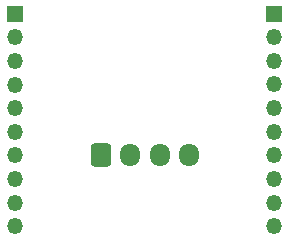
<source format=gbr>
%TF.GenerationSoftware,KiCad,Pcbnew,7.0.7*%
%TF.CreationDate,2023-10-05T20:56:12-06:00*%
%TF.ProjectId,FPV_4-Pin_Module,4650565f-342d-4506-996e-5f4d6f64756c,rev?*%
%TF.SameCoordinates,Original*%
%TF.FileFunction,Copper,L2,Bot*%
%TF.FilePolarity,Positive*%
%FSLAX46Y46*%
G04 Gerber Fmt 4.6, Leading zero omitted, Abs format (unit mm)*
G04 Created by KiCad (PCBNEW 7.0.7) date 2023-10-05 20:56:12*
%MOMM*%
%LPD*%
G01*
G04 APERTURE LIST*
G04 Aperture macros list*
%AMRoundRect*
0 Rectangle with rounded corners*
0 $1 Rounding radius*
0 $2 $3 $4 $5 $6 $7 $8 $9 X,Y pos of 4 corners*
0 Add a 4 corners polygon primitive as box body*
4,1,4,$2,$3,$4,$5,$6,$7,$8,$9,$2,$3,0*
0 Add four circle primitives for the rounded corners*
1,1,$1+$1,$2,$3*
1,1,$1+$1,$4,$5*
1,1,$1+$1,$6,$7*
1,1,$1+$1,$8,$9*
0 Add four rect primitives between the rounded corners*
20,1,$1+$1,$2,$3,$4,$5,0*
20,1,$1+$1,$4,$5,$6,$7,0*
20,1,$1+$1,$6,$7,$8,$9,0*
20,1,$1+$1,$8,$9,$2,$3,0*%
G04 Aperture macros list end*
%TA.AperFunction,ComponentPad*%
%ADD10O,1.700000X1.950000*%
%TD*%
%TA.AperFunction,ComponentPad*%
%ADD11RoundRect,0.250000X-0.600000X-0.725000X0.600000X-0.725000X0.600000X0.725000X-0.600000X0.725000X0*%
%TD*%
%TA.AperFunction,ComponentPad*%
%ADD12R,1.350000X1.350000*%
%TD*%
%TA.AperFunction,ComponentPad*%
%ADD13O,1.350000X1.350000*%
%TD*%
G04 APERTURE END LIST*
D10*
%TO.P,J1,4,Pin_4*%
%TO.N,Net-(J1-Pin_4)*%
X153100000Y-83245000D03*
%TO.P,J1,3,Pin_3*%
%TO.N,Net-(J1-Pin_3)*%
X150600000Y-83245000D03*
%TO.P,J1,2,Pin_2*%
%TO.N,Net-(J1-Pin_2)*%
X148100000Y-83245000D03*
D11*
%TO.P,J1,1,Pin_1*%
%TO.N,Net-(J1-Pin_1)*%
X145600000Y-83245000D03*
%TD*%
D12*
%TO.P,J2,1,Pin_1*%
%TO.N,Net-(J1-Pin_1)*%
X138330000Y-71280000D03*
D13*
%TO.P,J2,2,Pin_2*%
%TO.N,unconnected-(J2-Pin_2-Pad2)*%
X138330000Y-73280000D03*
%TO.P,J2,3,Pin_3*%
%TO.N,unconnected-(J2-Pin_3-Pad3)*%
X138330000Y-75280000D03*
%TO.P,J2,4,Pin_4*%
%TO.N,unconnected-(J2-Pin_4-Pad4)*%
X138330000Y-77280000D03*
%TO.P,J2,5,Pin_5*%
%TO.N,unconnected-(J2-Pin_5-Pad5)*%
X138330000Y-79280000D03*
%TO.P,J2,6,Pin_6*%
%TO.N,unconnected-(J2-Pin_6-Pad6)*%
X138330000Y-81280000D03*
%TO.P,J2,7,Pin_7*%
%TO.N,unconnected-(J2-Pin_7-Pad7)*%
X138330000Y-83280000D03*
%TO.P,J2,8,Pin_8*%
%TO.N,unconnected-(J2-Pin_8-Pad8)*%
X138330000Y-85280000D03*
%TO.P,J2,9,Pin_9*%
%TO.N,unconnected-(J2-Pin_9-Pad9)*%
X138330000Y-87280000D03*
%TO.P,J2,10,Pin_10*%
%TO.N,Net-(J1-Pin_2)*%
X138330000Y-89280000D03*
%TD*%
D12*
%TO.P,J3,1,Pin_1*%
%TO.N,Net-(J1-Pin_3)*%
X160300000Y-71270000D03*
D13*
%TO.P,J3,2,Pin_2*%
%TO.N,Net-(J1-Pin_4)*%
X160300000Y-73270000D03*
%TO.P,J3,3,Pin_3*%
%TO.N,unconnected-(J3-Pin_3-Pad3)*%
X160300000Y-75270000D03*
%TO.P,J3,4,Pin_4*%
%TO.N,unconnected-(J3-Pin_4-Pad4)*%
X160300000Y-77270000D03*
%TO.P,J3,5,Pin_5*%
%TO.N,unconnected-(J3-Pin_5-Pad5)*%
X160300000Y-79270000D03*
%TO.P,J3,6,Pin_6*%
%TO.N,unconnected-(J3-Pin_6-Pad6)*%
X160300000Y-81270000D03*
%TO.P,J3,7,Pin_7*%
%TO.N,unconnected-(J3-Pin_7-Pad7)*%
X160300000Y-83270000D03*
%TO.P,J3,8,Pin_8*%
%TO.N,unconnected-(J3-Pin_8-Pad8)*%
X160300000Y-85270000D03*
%TO.P,J3,9,Pin_9*%
%TO.N,unconnected-(J3-Pin_9-Pad9)*%
X160300000Y-87270000D03*
%TO.P,J3,10,Pin_10*%
%TO.N,unconnected-(J3-Pin_10-Pad10)*%
X160300000Y-89270000D03*
%TD*%
M02*

</source>
